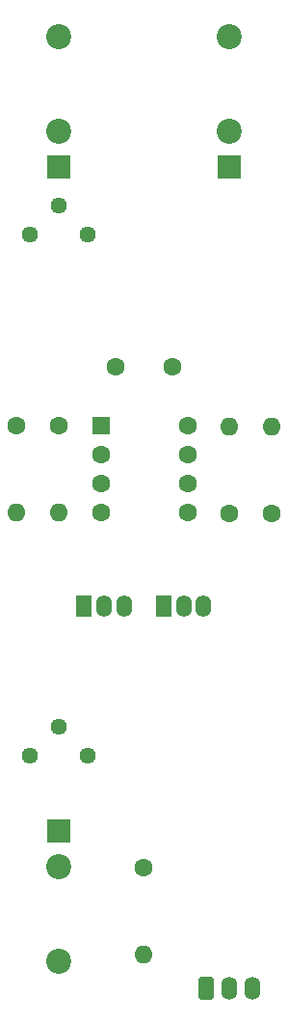
<source format=gbr>
%TF.GenerationSoftware,KiCad,Pcbnew,9.0.1*%
%TF.CreationDate,2025-05-31T19:51:22+10:00*%
%TF.ProjectId,VCA,5643412e-6b69-4636-9164-5f7063625858,rev?*%
%TF.SameCoordinates,Original*%
%TF.FileFunction,Soldermask,Bot*%
%TF.FilePolarity,Negative*%
%FSLAX46Y46*%
G04 Gerber Fmt 4.6, Leading zero omitted, Abs format (unit mm)*
G04 Created by KiCad (PCBNEW 9.0.1) date 2025-05-31 19:51:22*
%MOMM*%
%LPD*%
G01*
G04 APERTURE LIST*
G04 Aperture macros list*
%AMRoundRect*
0 Rectangle with rounded corners*
0 $1 Rounding radius*
0 $2 $3 $4 $5 $6 $7 $8 $9 X,Y pos of 4 corners*
0 Add a 4 corners polygon primitive as box body*
4,1,4,$2,$3,$4,$5,$6,$7,$8,$9,$2,$3,0*
0 Add four circle primitives for the rounded corners*
1,1,$1+$1,$2,$3*
1,1,$1+$1,$4,$5*
1,1,$1+$1,$6,$7*
1,1,$1+$1,$8,$9*
0 Add four rect primitives between the rounded corners*
20,1,$1+$1,$2,$3,$4,$5,0*
20,1,$1+$1,$4,$5,$6,$7,0*
20,1,$1+$1,$6,$7,$8,$9,0*
20,1,$1+$1,$8,$9,$2,$3,0*%
G04 Aperture macros list end*
%ADD10O,1.350000X1.900000*%
%ADD11R,1.350000X1.900000*%
%ADD12RoundRect,0.250000X-0.550000X-0.550000X0.550000X-0.550000X0.550000X0.550000X-0.550000X0.550000X0*%
%ADD13C,1.600000*%
%ADD14R,2.000000X2.000000*%
%ADD15C,2.200000*%
%ADD16RoundRect,0.291666X-0.408334X-0.708334X0.408334X-0.708334X0.408334X0.708334X-0.408334X0.708334X0*%
%ADD17O,1.400000X2.000000*%
%ADD18C,1.440000*%
%ADD19O,1.600000X1.600000*%
G04 APERTURE END LIST*
D10*
%TO.C,Q1*%
X128230000Y-110000000D03*
X126500000Y-110000000D03*
D11*
X124730000Y-110000000D03*
%TD*%
D12*
%TO.C,U1*%
X126195000Y-94190001D03*
D13*
X126195000Y-96730001D03*
X126195000Y-99270001D03*
X126195000Y-101810001D03*
X133815000Y-101810001D03*
X133815000Y-99270001D03*
X133815000Y-96730001D03*
X133815000Y-94190001D03*
%TD*%
D14*
%TO.C,J1*%
X122500000Y-71480000D03*
D15*
X122500000Y-68380000D03*
X122500000Y-60080000D03*
%TD*%
D16*
%TO.C,J4*%
X135500000Y-143550000D03*
D17*
X137500000Y-143550000D03*
X139500000Y-143550000D03*
%TD*%
D13*
%TO.C,C1*%
X132500000Y-89000001D03*
X127500000Y-89000001D03*
%TD*%
D14*
%TO.C,J2*%
X122500000Y-129770000D03*
D15*
X122500000Y-132870000D03*
X122500000Y-141170000D03*
%TD*%
D18*
%TO.C,RV1*%
X125040000Y-77430000D03*
X122500000Y-74890000D03*
X119960000Y-77430000D03*
%TD*%
D10*
%TO.C,Q2*%
X135230000Y-110000001D03*
X133500000Y-110000001D03*
D11*
X131730000Y-110000001D03*
%TD*%
D13*
%TO.C,R5*%
X130000000Y-132940000D03*
D19*
X130000000Y-140560000D03*
%TD*%
D13*
%TO.C,R3*%
X137500000Y-101870000D03*
D19*
X137500000Y-94250000D03*
%TD*%
D18*
%TO.C,RV2*%
X125040000Y-123180000D03*
X122500000Y-120640000D03*
X119960000Y-123180000D03*
%TD*%
D13*
%TO.C,R2*%
X122500000Y-94190000D03*
D19*
X122500000Y-101810000D03*
%TD*%
D14*
%TO.C,J3*%
X137500000Y-71480000D03*
D15*
X137500000Y-68380000D03*
X137500000Y-60080000D03*
%TD*%
D13*
%TO.C,R1*%
X118750000Y-94190000D03*
D19*
X118750000Y-101810000D03*
%TD*%
D13*
%TO.C,R4*%
X141250000Y-101870000D03*
D19*
X141250000Y-94250000D03*
%TD*%
M02*

</source>
